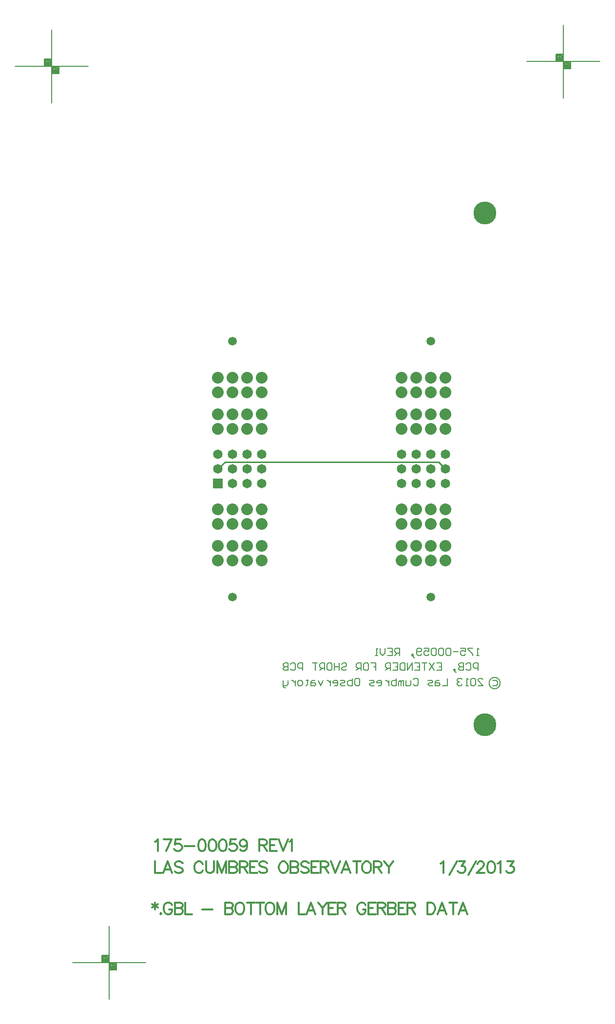
<source format=gbl>
%FSLAX23Y23*%
%MOIN*%
G70*
G01*
G75*
G04 Layer_Physical_Order=4*
G04 Layer_Color=16711680*
%ADD10C,0.010*%
%ADD11C,0.012*%
%ADD12C,0.008*%
%ADD13C,0.012*%
%ADD14C,0.012*%
%ADD15C,0.080*%
%ADD16C,0.065*%
%ADD17C,0.059*%
%ADD18R,0.065X0.065*%
%ADD19C,0.157*%
%ADD20C,0.040*%
%ADD21C,0.092*%
%ADD22C,0.190*%
%ADD23C,0.206*%
%ADD24C,0.005*%
D10*
X17552Y9716D02*
X17599Y9669D01*
X16225Y9716D02*
X17552D01*
X16224Y9716D02*
X16225Y9716D01*
X16164Y9716D02*
X16224D01*
X16092Y9716D02*
X16164D01*
X16044Y9669D02*
X16092Y9716D01*
X16164D02*
X16164Y9716D01*
D11*
X15612Y6704D02*
Y6658D01*
X15593Y6693D02*
X15632Y6670D01*
Y6693D02*
X15593Y6670D01*
X15652Y6632D02*
X15648Y6628D01*
X15652Y6624D01*
X15656Y6628D01*
X15652Y6632D01*
X15730Y6685D02*
X15726Y6693D01*
X15719Y6700D01*
X15711Y6704D01*
X15696D01*
X15688Y6700D01*
X15681Y6693D01*
X15677Y6685D01*
X15673Y6674D01*
Y6655D01*
X15677Y6643D01*
X15681Y6636D01*
X15688Y6628D01*
X15696Y6624D01*
X15711D01*
X15719Y6628D01*
X15726Y6636D01*
X15730Y6643D01*
Y6655D01*
X15711D02*
X15730D01*
X15748Y6704D02*
Y6624D01*
Y6704D02*
X15783D01*
X15794Y6700D01*
X15798Y6697D01*
X15802Y6689D01*
Y6681D01*
X15798Y6674D01*
X15794Y6670D01*
X15783Y6666D01*
X15748D02*
X15783D01*
X15794Y6662D01*
X15798Y6658D01*
X15802Y6651D01*
Y6639D01*
X15798Y6632D01*
X15794Y6628D01*
X15783Y6624D01*
X15748D01*
X15820Y6704D02*
Y6624D01*
X15865D01*
X15937Y6658D02*
X16006D01*
X16092Y6704D02*
Y6624D01*
Y6704D02*
X16126D01*
X16138Y6700D01*
X16141Y6697D01*
X16145Y6689D01*
Y6681D01*
X16141Y6674D01*
X16138Y6670D01*
X16126Y6666D01*
X16092D02*
X16126D01*
X16138Y6662D01*
X16141Y6658D01*
X16145Y6651D01*
Y6639D01*
X16141Y6632D01*
X16138Y6628D01*
X16126Y6624D01*
X16092D01*
X16186Y6704D02*
X16178Y6700D01*
X16171Y6693D01*
X16167Y6685D01*
X16163Y6674D01*
Y6655D01*
X16167Y6643D01*
X16171Y6636D01*
X16178Y6628D01*
X16186Y6624D01*
X16201D01*
X16209Y6628D01*
X16217Y6636D01*
X16220Y6643D01*
X16224Y6655D01*
Y6674D01*
X16220Y6685D01*
X16217Y6693D01*
X16209Y6700D01*
X16201Y6704D01*
X16186D01*
X16269D02*
Y6624D01*
X16243Y6704D02*
X16296D01*
X16332D02*
Y6624D01*
X16306Y6704D02*
X16359D01*
X16391D02*
X16384Y6700D01*
X16376Y6693D01*
X16372Y6685D01*
X16368Y6674D01*
Y6655D01*
X16372Y6643D01*
X16376Y6636D01*
X16384Y6628D01*
X16391Y6624D01*
X16407D01*
X16414Y6628D01*
X16422Y6636D01*
X16426Y6643D01*
X16429Y6655D01*
Y6674D01*
X16426Y6685D01*
X16422Y6693D01*
X16414Y6700D01*
X16407Y6704D01*
X16391D01*
X16448D02*
Y6624D01*
Y6704D02*
X16479Y6624D01*
X16509Y6704D02*
X16479Y6624D01*
X16509Y6704D02*
Y6624D01*
X16595Y6704D02*
Y6624D01*
X16640D01*
X16710D02*
X16680Y6704D01*
X16649Y6624D01*
X16661Y6651D02*
X16699D01*
X16729Y6704D02*
X16759Y6666D01*
Y6624D01*
X16790Y6704D02*
X16759Y6666D01*
X16850Y6704D02*
X16800D01*
Y6624D01*
X16850D01*
X16800Y6666D02*
X16830D01*
X16863Y6704D02*
Y6624D01*
Y6704D02*
X16897D01*
X16909Y6700D01*
X16912Y6697D01*
X16916Y6689D01*
Y6681D01*
X16912Y6674D01*
X16909Y6670D01*
X16897Y6666D01*
X16863D01*
X16890D02*
X16916Y6624D01*
X17054Y6685D02*
X17050Y6693D01*
X17043Y6700D01*
X17035Y6704D01*
X17020D01*
X17012Y6700D01*
X17005Y6693D01*
X17001Y6685D01*
X16997Y6674D01*
Y6655D01*
X17001Y6643D01*
X17005Y6636D01*
X17012Y6628D01*
X17020Y6624D01*
X17035D01*
X17043Y6628D01*
X17050Y6636D01*
X17054Y6643D01*
Y6655D01*
X17035D02*
X17054D01*
X17122Y6704D02*
X17072D01*
Y6624D01*
X17122D01*
X17072Y6666D02*
X17103D01*
X17135Y6704D02*
Y6624D01*
Y6704D02*
X17169D01*
X17181Y6700D01*
X17185Y6697D01*
X17189Y6689D01*
Y6681D01*
X17185Y6674D01*
X17181Y6670D01*
X17169Y6666D01*
X17135D01*
X17162D02*
X17189Y6624D01*
X17206Y6704D02*
Y6624D01*
Y6704D02*
X17241D01*
X17252Y6700D01*
X17256Y6697D01*
X17260Y6689D01*
Y6681D01*
X17256Y6674D01*
X17252Y6670D01*
X17241Y6666D01*
X17206D02*
X17241D01*
X17252Y6662D01*
X17256Y6658D01*
X17260Y6651D01*
Y6639D01*
X17256Y6632D01*
X17252Y6628D01*
X17241Y6624D01*
X17206D01*
X17327Y6704D02*
X17278D01*
Y6624D01*
X17327D01*
X17278Y6666D02*
X17308D01*
X17340Y6704D02*
Y6624D01*
Y6704D02*
X17375D01*
X17386Y6700D01*
X17390Y6697D01*
X17394Y6689D01*
Y6681D01*
X17390Y6674D01*
X17386Y6670D01*
X17375Y6666D01*
X17340D01*
X17367D02*
X17394Y6624D01*
X17475Y6704D02*
Y6624D01*
Y6704D02*
X17501D01*
X17513Y6700D01*
X17520Y6693D01*
X17524Y6685D01*
X17528Y6674D01*
Y6655D01*
X17524Y6643D01*
X17520Y6636D01*
X17513Y6628D01*
X17501Y6624D01*
X17475D01*
X17607D02*
X17576Y6704D01*
X17546Y6624D01*
X17557Y6651D02*
X17595D01*
X17652Y6704D02*
Y6624D01*
X17625Y6704D02*
X17679D01*
X17749Y6624D02*
X17719Y6704D01*
X17688Y6624D01*
X17700Y6651D02*
X17738D01*
D12*
X17922Y8222D02*
X17947D01*
X17955Y8213D01*
Y8197D01*
X17947Y8188D01*
X17922D01*
X17822D02*
X17855D01*
X17822Y8222D01*
Y8230D01*
X17830Y8238D01*
X17847D01*
X17855Y8230D01*
X17805D02*
X17797Y8238D01*
X17780D01*
X17772Y8230D01*
Y8197D01*
X17780Y8188D01*
X17797D01*
X17805Y8197D01*
Y8230D01*
X17755Y8188D02*
X17738D01*
X17747D01*
Y8238D01*
X17755Y8230D01*
X17713D02*
X17705Y8238D01*
X17688D01*
X17680Y8230D01*
Y8222D01*
X17688Y8213D01*
X17697D01*
X17688D01*
X17680Y8205D01*
Y8197D01*
X17688Y8188D01*
X17705D01*
X17713Y8197D01*
X17613Y8238D02*
Y8188D01*
X17580D01*
X17555Y8222D02*
X17538D01*
X17530Y8213D01*
Y8188D01*
X17555D01*
X17563Y8197D01*
X17555Y8205D01*
X17530D01*
X17513Y8188D02*
X17488D01*
X17480Y8197D01*
X17488Y8205D01*
X17505D01*
X17513Y8213D01*
X17505Y8222D01*
X17480D01*
X17380Y8230D02*
X17388Y8238D01*
X17405D01*
X17413Y8230D01*
Y8197D01*
X17405Y8188D01*
X17388D01*
X17380Y8197D01*
X17363Y8222D02*
Y8197D01*
X17355Y8188D01*
X17330D01*
Y8222D01*
X17313Y8188D02*
Y8222D01*
X17305D01*
X17297Y8213D01*
Y8188D01*
Y8213D01*
X17288Y8222D01*
X17280Y8213D01*
Y8188D01*
X17263Y8238D02*
Y8188D01*
X17238D01*
X17230Y8197D01*
Y8205D01*
Y8213D01*
X17238Y8222D01*
X17263D01*
X17213D02*
Y8188D01*
Y8205D01*
X17205Y8213D01*
X17197Y8222D01*
X17189D01*
X17139Y8188D02*
X17155D01*
X17164Y8197D01*
Y8213D01*
X17155Y8222D01*
X17139D01*
X17130Y8213D01*
Y8205D01*
X17164D01*
X17114Y8188D02*
X17089D01*
X17080Y8197D01*
X17089Y8205D01*
X17105D01*
X17114Y8213D01*
X17105Y8222D01*
X17080D01*
X16989Y8238D02*
X17005D01*
X17014Y8230D01*
Y8197D01*
X17005Y8188D01*
X16989D01*
X16980Y8197D01*
Y8230D01*
X16989Y8238D01*
X16964D02*
Y8188D01*
X16939D01*
X16930Y8197D01*
Y8205D01*
Y8213D01*
X16939Y8222D01*
X16964D01*
X16914Y8188D02*
X16889D01*
X16880Y8197D01*
X16889Y8205D01*
X16905D01*
X16914Y8213D01*
X16905Y8222D01*
X16880D01*
X16839Y8188D02*
X16855D01*
X16864Y8197D01*
Y8213D01*
X16855Y8222D01*
X16839D01*
X16830Y8213D01*
Y8205D01*
X16864D01*
X16814Y8222D02*
Y8188D01*
Y8205D01*
X16805Y8213D01*
X16797Y8222D01*
X16789D01*
X16764D02*
X16747Y8188D01*
X16730Y8222D01*
X16705D02*
X16689D01*
X16680Y8213D01*
Y8188D01*
X16705D01*
X16714Y8197D01*
X16705Y8205D01*
X16680D01*
X16655Y8230D02*
Y8222D01*
X16664D01*
X16647D01*
X16655D01*
Y8197D01*
X16647Y8188D01*
X16614D02*
X16597D01*
X16589Y8197D01*
Y8213D01*
X16597Y8222D01*
X16614D01*
X16622Y8213D01*
Y8197D01*
X16614Y8188D01*
X16572Y8222D02*
Y8188D01*
Y8205D01*
X16564Y8213D01*
X16555Y8222D01*
X16547D01*
X16522D02*
Y8197D01*
X16514Y8188D01*
X16489D01*
Y8180D01*
X16497Y8172D01*
X16505D01*
X16489Y8188D02*
Y8222D01*
X17829Y8394D02*
X17812D01*
X17821D01*
Y8444D01*
X17829Y8436D01*
X17787Y8444D02*
X17754D01*
Y8436D01*
X17787Y8402D01*
Y8394D01*
X17704Y8444D02*
X17737D01*
Y8419D01*
X17721Y8427D01*
X17712D01*
X17704Y8419D01*
Y8402D01*
X17712Y8394D01*
X17729D01*
X17737Y8402D01*
X17687Y8419D02*
X17654D01*
X17637Y8436D02*
X17629Y8444D01*
X17612D01*
X17604Y8436D01*
Y8402D01*
X17612Y8394D01*
X17629D01*
X17637Y8402D01*
Y8436D01*
X17587D02*
X17579Y8444D01*
X17562D01*
X17554Y8436D01*
Y8402D01*
X17562Y8394D01*
X17579D01*
X17587Y8402D01*
Y8436D01*
X17537D02*
X17529Y8444D01*
X17512D01*
X17504Y8436D01*
Y8402D01*
X17512Y8394D01*
X17529D01*
X17537Y8402D01*
Y8436D01*
X17454Y8444D02*
X17487D01*
Y8419D01*
X17471Y8427D01*
X17462D01*
X17454Y8419D01*
Y8402D01*
X17462Y8394D01*
X17479D01*
X17487Y8402D01*
X17437D02*
X17429Y8394D01*
X17412D01*
X17404Y8402D01*
Y8436D01*
X17412Y8444D01*
X17429D01*
X17437Y8436D01*
Y8427D01*
X17429Y8419D01*
X17404D01*
X17379Y8386D02*
X17371Y8394D01*
Y8402D01*
X17379D01*
Y8394D01*
X17371D01*
X17379Y8386D01*
X17387Y8377D01*
X17287Y8394D02*
Y8444D01*
X17262D01*
X17254Y8436D01*
Y8419D01*
X17262Y8411D01*
X17287D01*
X17271D02*
X17254Y8394D01*
X17204Y8444D02*
X17237D01*
Y8394D01*
X17204D01*
X17237Y8419D02*
X17221D01*
X17187Y8444D02*
Y8411D01*
X17171Y8394D01*
X17154Y8411D01*
Y8444D01*
X17137Y8394D02*
X17121D01*
X17129D01*
Y8444D01*
X17137Y8436D01*
X17824Y8292D02*
Y8342D01*
X17799D01*
X17791Y8333D01*
Y8317D01*
X17799Y8308D01*
X17824D01*
X17741Y8333D02*
X17749Y8342D01*
X17766D01*
X17774Y8333D01*
Y8300D01*
X17766Y8292D01*
X17749D01*
X17741Y8300D01*
X17724Y8342D02*
Y8292D01*
X17699D01*
X17691Y8300D01*
Y8308D01*
X17699Y8317D01*
X17724D01*
X17699D01*
X17691Y8325D01*
Y8333D01*
X17699Y8342D01*
X17724D01*
X17666Y8283D02*
X17657Y8292D01*
Y8300D01*
X17666D01*
Y8292D01*
X17657D01*
X17666Y8283D01*
X17674Y8275D01*
X17541Y8342D02*
X17574D01*
Y8292D01*
X17541D01*
X17574Y8317D02*
X17557D01*
X17524Y8342D02*
X17491Y8292D01*
Y8342D02*
X17524Y8292D01*
X17474Y8342D02*
X17441D01*
X17457D01*
Y8292D01*
X17391Y8342D02*
X17424D01*
Y8292D01*
X17391D01*
X17424Y8317D02*
X17407D01*
X17374Y8292D02*
Y8342D01*
X17341Y8292D01*
Y8342D01*
X17324D02*
Y8292D01*
X17299D01*
X17291Y8300D01*
Y8333D01*
X17299Y8342D01*
X17324D01*
X17241D02*
X17274D01*
Y8292D01*
X17241D01*
X17274Y8317D02*
X17258D01*
X17224Y8292D02*
Y8342D01*
X17199D01*
X17191Y8333D01*
Y8317D01*
X17199Y8308D01*
X17224D01*
X17208D02*
X17191Y8292D01*
X17091Y8342D02*
X17124D01*
Y8317D01*
X17108D01*
X17124D01*
Y8292D01*
X17049Y8342D02*
X17066D01*
X17074Y8333D01*
Y8300D01*
X17066Y8292D01*
X17049D01*
X17041Y8300D01*
Y8333D01*
X17049Y8342D01*
X17024Y8292D02*
Y8342D01*
X16999D01*
X16991Y8333D01*
Y8317D01*
X16999Y8308D01*
X17024D01*
X17008D02*
X16991Y8292D01*
X16891Y8333D02*
X16899Y8342D01*
X16916D01*
X16924Y8333D01*
Y8325D01*
X16916Y8317D01*
X16899D01*
X16891Y8308D01*
Y8300D01*
X16899Y8292D01*
X16916D01*
X16924Y8300D01*
X16874Y8342D02*
Y8292D01*
Y8317D01*
X16841D01*
Y8342D01*
Y8292D01*
X16799Y8342D02*
X16816D01*
X16824Y8333D01*
Y8300D01*
X16816Y8292D01*
X16799D01*
X16791Y8300D01*
Y8333D01*
X16799Y8342D01*
X16774Y8292D02*
Y8342D01*
X16749D01*
X16741Y8333D01*
Y8317D01*
X16749Y8308D01*
X16774D01*
X16758D02*
X16741Y8292D01*
X16724Y8342D02*
X16691D01*
X16708D01*
Y8292D01*
X16624D02*
Y8342D01*
X16599D01*
X16591Y8333D01*
Y8317D01*
X16599Y8308D01*
X16624D01*
X16541Y8333D02*
X16549Y8342D01*
X16566D01*
X16574Y8333D01*
Y8300D01*
X16566Y8292D01*
X16549D01*
X16541Y8300D01*
X16524Y8342D02*
Y8292D01*
X16499D01*
X16491Y8300D01*
Y8308D01*
X16499Y8317D01*
X16524D01*
X16499D01*
X16491Y8325D01*
Y8333D01*
X16499Y8342D01*
X16524D01*
X15050Y6294D02*
X15550D01*
X15300Y6044D02*
Y6544D01*
X15250Y6294D02*
Y6344D01*
X15300D01*
X15350Y6244D02*
Y6294D01*
X15300Y6244D02*
X15350D01*
X15305Y6289D02*
X15345D01*
Y6249D02*
Y6289D01*
X15305Y6249D02*
X15345D01*
X15305D02*
Y6289D01*
X15310Y6284D02*
X15340D01*
Y6254D02*
Y6284D01*
X15310Y6254D02*
X15340D01*
X15310D02*
Y6279D01*
X15315D02*
X15335D01*
Y6259D02*
Y6279D01*
X15315Y6259D02*
X15335D01*
X15315D02*
Y6274D01*
X15320D02*
X15330D01*
Y6264D02*
Y6274D01*
X15320Y6264D02*
X15330D01*
X15320D02*
Y6274D01*
Y6269D02*
X15330D01*
X15255Y6339D02*
X15295D01*
Y6299D02*
Y6339D01*
X15255Y6299D02*
X15295D01*
X15255D02*
Y6339D01*
X15260Y6334D02*
X15290D01*
Y6304D02*
Y6334D01*
X15260Y6304D02*
X15290D01*
X15260D02*
Y6329D01*
X15265D02*
X15285D01*
Y6309D02*
Y6329D01*
X15265Y6309D02*
X15285D01*
X15265D02*
Y6324D01*
X15270D02*
X15280D01*
Y6314D02*
Y6324D01*
X15270Y6314D02*
X15280D01*
X15270D02*
Y6324D01*
Y6319D02*
X15280D01*
X14657Y12424D02*
X15157D01*
X14907Y12174D02*
Y12674D01*
X14857Y12424D02*
Y12474D01*
X14907D01*
X14957Y12374D02*
Y12424D01*
X14907Y12374D02*
X14957D01*
X14912Y12419D02*
X14952D01*
Y12379D02*
Y12419D01*
X14912Y12379D02*
X14952D01*
X14912D02*
Y12419D01*
X14917Y12414D02*
X14947D01*
Y12384D02*
Y12414D01*
X14917Y12384D02*
X14947D01*
X14917D02*
Y12409D01*
X14922D02*
X14942D01*
Y12389D02*
Y12409D01*
X14922Y12389D02*
X14942D01*
X14922D02*
Y12404D01*
X14927D02*
X14937D01*
Y12394D02*
Y12404D01*
X14927Y12394D02*
X14937D01*
X14927D02*
Y12404D01*
Y12399D02*
X14937D01*
X14862Y12469D02*
X14902D01*
Y12429D02*
Y12469D01*
X14862Y12429D02*
X14902D01*
X14862D02*
Y12469D01*
X14867Y12464D02*
X14897D01*
Y12434D02*
Y12464D01*
X14867Y12434D02*
X14897D01*
X14867D02*
Y12459D01*
X14872D02*
X14892D01*
Y12439D02*
Y12459D01*
X14872Y12439D02*
X14892D01*
X14872D02*
Y12454D01*
X14877D02*
X14887D01*
Y12444D02*
Y12454D01*
X14877Y12444D02*
X14887D01*
X14877D02*
Y12454D01*
Y12449D02*
X14887D01*
X18157Y12458D02*
X18657D01*
X18407Y12208D02*
Y12708D01*
X18357Y12458D02*
Y12508D01*
X18407D01*
X18457Y12408D02*
Y12458D01*
X18407Y12408D02*
X18457D01*
X18412Y12453D02*
X18452D01*
Y12413D02*
Y12453D01*
X18412Y12413D02*
X18452D01*
X18412D02*
Y12453D01*
X18417Y12448D02*
X18447D01*
Y12418D02*
Y12448D01*
X18417Y12418D02*
X18447D01*
X18417D02*
Y12443D01*
X18422D02*
X18442D01*
Y12423D02*
Y12443D01*
X18422Y12423D02*
X18442D01*
X18422D02*
Y12438D01*
X18427D02*
X18437D01*
Y12428D02*
Y12438D01*
X18427Y12428D02*
X18437D01*
X18427D02*
Y12438D01*
Y12433D02*
X18437D01*
X18362Y12503D02*
X18402D01*
Y12463D02*
Y12503D01*
X18362Y12463D02*
X18402D01*
X18362D02*
Y12503D01*
X18367Y12498D02*
X18397D01*
Y12468D02*
Y12498D01*
X18367Y12468D02*
X18397D01*
X18367D02*
Y12493D01*
X18372D02*
X18392D01*
Y12473D02*
Y12493D01*
X18372Y12473D02*
X18392D01*
X18372D02*
Y12488D01*
X18377D02*
X18387D01*
Y12478D02*
Y12488D01*
X18377Y12478D02*
X18387D01*
X18377D02*
Y12488D01*
Y12483D02*
X18387D01*
D13*
X15614Y7120D02*
X15622Y7123D01*
X15634Y7135D01*
Y7055D01*
X15726Y7135D02*
X15688Y7055D01*
X15673Y7135D02*
X15726D01*
X15790D02*
X15752D01*
X15748Y7101D01*
X15752Y7104D01*
X15763Y7108D01*
X15775D01*
X15786Y7104D01*
X15794Y7097D01*
X15798Y7085D01*
Y7078D01*
X15794Y7066D01*
X15786Y7059D01*
X15775Y7055D01*
X15763D01*
X15752Y7059D01*
X15748Y7062D01*
X15744Y7070D01*
X15816Y7089D02*
X15884D01*
X15931Y7135D02*
X15919Y7131D01*
X15912Y7120D01*
X15908Y7101D01*
Y7089D01*
X15912Y7070D01*
X15919Y7059D01*
X15931Y7055D01*
X15938D01*
X15950Y7059D01*
X15957Y7070D01*
X15961Y7089D01*
Y7101D01*
X15957Y7120D01*
X15950Y7131D01*
X15938Y7135D01*
X15931D01*
X16002D02*
X15990Y7131D01*
X15983Y7120D01*
X15979Y7101D01*
Y7089D01*
X15983Y7070D01*
X15990Y7059D01*
X16002Y7055D01*
X16009D01*
X16021Y7059D01*
X16028Y7070D01*
X16032Y7089D01*
Y7101D01*
X16028Y7120D01*
X16021Y7131D01*
X16009Y7135D01*
X16002D01*
X16073D02*
X16062Y7131D01*
X16054Y7120D01*
X16050Y7101D01*
Y7089D01*
X16054Y7070D01*
X16062Y7059D01*
X16073Y7055D01*
X16081D01*
X16092Y7059D01*
X16100Y7070D01*
X16103Y7089D01*
Y7101D01*
X16100Y7120D01*
X16092Y7131D01*
X16081Y7135D01*
X16073D01*
X16167D02*
X16129D01*
X16125Y7101D01*
X16129Y7104D01*
X16140Y7108D01*
X16152D01*
X16163Y7104D01*
X16171Y7097D01*
X16175Y7085D01*
Y7078D01*
X16171Y7066D01*
X16163Y7059D01*
X16152Y7055D01*
X16140D01*
X16129Y7059D01*
X16125Y7062D01*
X16121Y7070D01*
X16242Y7108D02*
X16238Y7097D01*
X16231Y7089D01*
X16219Y7085D01*
X16215D01*
X16204Y7089D01*
X16196Y7097D01*
X16193Y7108D01*
Y7112D01*
X16196Y7123D01*
X16204Y7131D01*
X16215Y7135D01*
X16219D01*
X16231Y7131D01*
X16238Y7123D01*
X16242Y7108D01*
Y7089D01*
X16238Y7070D01*
X16231Y7059D01*
X16219Y7055D01*
X16212D01*
X16200Y7059D01*
X16196Y7066D01*
X16327Y7135D02*
Y7055D01*
Y7135D02*
X16361D01*
X16372Y7131D01*
X16376Y7127D01*
X16380Y7120D01*
Y7112D01*
X16376Y7104D01*
X16372Y7101D01*
X16361Y7097D01*
X16327D01*
X16353D02*
X16380Y7055D01*
X16447Y7135D02*
X16398D01*
Y7055D01*
X16447D01*
X16398Y7097D02*
X16428D01*
X16461Y7135D02*
X16491Y7055D01*
X16522Y7135D02*
X16491Y7055D01*
X16532Y7120D02*
X16540Y7123D01*
X16551Y7135D01*
Y7055D01*
D14*
X15614Y6985D02*
Y6905D01*
X15660D01*
X15730D02*
X15699Y6985D01*
X15669Y6905D01*
X15680Y6931D02*
X15718D01*
X15802Y6973D02*
X15794Y6981D01*
X15783Y6985D01*
X15768D01*
X15756Y6981D01*
X15749Y6973D01*
Y6966D01*
X15752Y6958D01*
X15756Y6954D01*
X15764Y6950D01*
X15787Y6943D01*
X15794Y6939D01*
X15798Y6935D01*
X15802Y6928D01*
Y6916D01*
X15794Y6909D01*
X15783Y6905D01*
X15768D01*
X15756Y6909D01*
X15749Y6916D01*
X15940Y6966D02*
X15936Y6973D01*
X15928Y6981D01*
X15921Y6985D01*
X15905D01*
X15898Y6981D01*
X15890Y6973D01*
X15886Y6966D01*
X15883Y6954D01*
Y6935D01*
X15886Y6924D01*
X15890Y6916D01*
X15898Y6909D01*
X15905Y6905D01*
X15921D01*
X15928Y6909D01*
X15936Y6916D01*
X15940Y6924D01*
X15962Y6985D02*
Y6928D01*
X15966Y6916D01*
X15974Y6909D01*
X15985Y6905D01*
X15993D01*
X16004Y6909D01*
X16012Y6916D01*
X16016Y6928D01*
Y6985D01*
X16038D02*
Y6905D01*
Y6985D02*
X16068Y6905D01*
X16099Y6985D02*
X16068Y6905D01*
X16099Y6985D02*
Y6905D01*
X16121Y6985D02*
Y6905D01*
Y6985D02*
X16156D01*
X16167Y6981D01*
X16171Y6977D01*
X16175Y6970D01*
Y6962D01*
X16171Y6954D01*
X16167Y6950D01*
X16156Y6947D01*
X16121D02*
X16156D01*
X16167Y6943D01*
X16171Y6939D01*
X16175Y6931D01*
Y6920D01*
X16171Y6912D01*
X16167Y6909D01*
X16156Y6905D01*
X16121D01*
X16193Y6985D02*
Y6905D01*
Y6985D02*
X16227D01*
X16238Y6981D01*
X16242Y6977D01*
X16246Y6970D01*
Y6962D01*
X16242Y6954D01*
X16238Y6950D01*
X16227Y6947D01*
X16193D01*
X16219D02*
X16246Y6905D01*
X16313Y6985D02*
X16264D01*
Y6905D01*
X16313D01*
X16264Y6947D02*
X16294D01*
X16380Y6973D02*
X16372Y6981D01*
X16361Y6985D01*
X16346D01*
X16334Y6981D01*
X16327Y6973D01*
Y6966D01*
X16330Y6958D01*
X16334Y6954D01*
X16342Y6950D01*
X16365Y6943D01*
X16372Y6939D01*
X16376Y6935D01*
X16380Y6928D01*
Y6916D01*
X16372Y6909D01*
X16361Y6905D01*
X16346D01*
X16334Y6909D01*
X16327Y6916D01*
X16484Y6985D02*
X16476Y6981D01*
X16468Y6973D01*
X16465Y6966D01*
X16461Y6954D01*
Y6935D01*
X16465Y6924D01*
X16468Y6916D01*
X16476Y6909D01*
X16484Y6905D01*
X16499D01*
X16506Y6909D01*
X16514Y6916D01*
X16518Y6924D01*
X16522Y6935D01*
Y6954D01*
X16518Y6966D01*
X16514Y6973D01*
X16506Y6981D01*
X16499Y6985D01*
X16484D01*
X16540D02*
Y6905D01*
Y6985D02*
X16575D01*
X16586Y6981D01*
X16590Y6977D01*
X16594Y6970D01*
Y6962D01*
X16590Y6954D01*
X16586Y6950D01*
X16575Y6947D01*
X16540D02*
X16575D01*
X16586Y6943D01*
X16590Y6939D01*
X16594Y6931D01*
Y6920D01*
X16590Y6912D01*
X16586Y6909D01*
X16575Y6905D01*
X16540D01*
X16665Y6973D02*
X16657Y6981D01*
X16646Y6985D01*
X16631D01*
X16619Y6981D01*
X16612Y6973D01*
Y6966D01*
X16615Y6958D01*
X16619Y6954D01*
X16627Y6950D01*
X16650Y6943D01*
X16657Y6939D01*
X16661Y6935D01*
X16665Y6928D01*
Y6916D01*
X16657Y6909D01*
X16646Y6905D01*
X16631D01*
X16619Y6909D01*
X16612Y6916D01*
X16732Y6985D02*
X16683D01*
Y6905D01*
X16732D01*
X16683Y6947D02*
X16713D01*
X16746Y6985D02*
Y6905D01*
Y6985D02*
X16780D01*
X16791Y6981D01*
X16795Y6977D01*
X16799Y6970D01*
Y6962D01*
X16795Y6954D01*
X16791Y6950D01*
X16780Y6947D01*
X16746D01*
X16772D02*
X16799Y6905D01*
X16817Y6985D02*
X16847Y6905D01*
X16878Y6985D02*
X16847Y6905D01*
X16949D02*
X16919Y6985D01*
X16888Y6905D01*
X16900Y6931D02*
X16938D01*
X16994Y6985D02*
Y6905D01*
X16968Y6985D02*
X17021D01*
X17053D02*
X17046Y6981D01*
X17038Y6973D01*
X17034Y6966D01*
X17031Y6954D01*
Y6935D01*
X17034Y6924D01*
X17038Y6916D01*
X17046Y6909D01*
X17053Y6905D01*
X17069D01*
X17076Y6909D01*
X17084Y6916D01*
X17088Y6924D01*
X17091Y6935D01*
Y6954D01*
X17088Y6966D01*
X17084Y6973D01*
X17076Y6981D01*
X17069Y6985D01*
X17053D01*
X17110D02*
Y6905D01*
Y6985D02*
X17144D01*
X17156Y6981D01*
X17160Y6977D01*
X17163Y6970D01*
Y6962D01*
X17160Y6954D01*
X17156Y6950D01*
X17144Y6947D01*
X17110D01*
X17137D02*
X17163Y6905D01*
X17181Y6985D02*
X17212Y6947D01*
Y6905D01*
X17242Y6985D02*
X17212Y6947D01*
X17567Y6970D02*
X17574Y6973D01*
X17586Y6985D01*
Y6905D01*
X17625Y6893D02*
X17679Y6985D01*
X17692D02*
X17734D01*
X17711Y6954D01*
X17722D01*
X17730Y6950D01*
X17734Y6947D01*
X17737Y6935D01*
Y6928D01*
X17734Y6916D01*
X17726Y6909D01*
X17715Y6905D01*
X17703D01*
X17692Y6909D01*
X17688Y6912D01*
X17684Y6920D01*
X17755Y6893D02*
X17809Y6985D01*
X17818Y6966D02*
Y6970D01*
X17822Y6977D01*
X17825Y6981D01*
X17833Y6985D01*
X17848D01*
X17856Y6981D01*
X17860Y6977D01*
X17863Y6970D01*
Y6962D01*
X17860Y6954D01*
X17852Y6943D01*
X17814Y6905D01*
X17867D01*
X17908Y6985D02*
X17897Y6981D01*
X17889Y6970D01*
X17885Y6950D01*
Y6939D01*
X17889Y6920D01*
X17897Y6909D01*
X17908Y6905D01*
X17916D01*
X17927Y6909D01*
X17935Y6920D01*
X17939Y6939D01*
Y6950D01*
X17935Y6970D01*
X17927Y6981D01*
X17916Y6985D01*
X17908D01*
X17956Y6970D02*
X17964Y6973D01*
X17975Y6985D01*
Y6905D01*
X18023Y6985D02*
X18065D01*
X18042Y6954D01*
X18053D01*
X18061Y6950D01*
X18065Y6947D01*
X18068Y6935D01*
Y6928D01*
X18065Y6916D01*
X18057Y6909D01*
X18046Y6905D01*
X18034D01*
X18023Y6909D01*
X18019Y6912D01*
X18015Y6920D01*
D15*
X17599Y9394D02*
D03*
X17499D02*
D03*
X17399D02*
D03*
X17299D02*
D03*
Y9294D02*
D03*
X17399D02*
D03*
X17499D02*
D03*
X17599D02*
D03*
X17299Y9144D02*
D03*
X17399D02*
D03*
X17499D02*
D03*
X17599D02*
D03*
X17299Y9044D02*
D03*
X17399D02*
D03*
X17499D02*
D03*
X17599D02*
D03*
Y9944D02*
D03*
X17499D02*
D03*
X17399D02*
D03*
X17299D02*
D03*
X17599Y10044D02*
D03*
X17499D02*
D03*
X17399D02*
D03*
X17299D02*
D03*
X17599Y10194D02*
D03*
X17499D02*
D03*
X17399D02*
D03*
X17299D02*
D03*
Y10294D02*
D03*
X17399D02*
D03*
X17499D02*
D03*
X17599D02*
D03*
X16044D02*
D03*
X16144D02*
D03*
X16244D02*
D03*
X16344D02*
D03*
Y10194D02*
D03*
X16244D02*
D03*
X16144D02*
D03*
X16044D02*
D03*
X16344Y10044D02*
D03*
X16244D02*
D03*
X16144D02*
D03*
X16044D02*
D03*
X16344Y9944D02*
D03*
X16244D02*
D03*
X16144D02*
D03*
X16044D02*
D03*
Y9044D02*
D03*
X16144D02*
D03*
X16244D02*
D03*
X16344D02*
D03*
X16044Y9144D02*
D03*
X16144D02*
D03*
X16244D02*
D03*
X16344D02*
D03*
X16044Y9294D02*
D03*
X16144D02*
D03*
X16244D02*
D03*
X16344D02*
D03*
Y9394D02*
D03*
X16244D02*
D03*
X16144D02*
D03*
X16044D02*
D03*
D16*
X17299Y9769D02*
D03*
X17399D02*
D03*
X17499D02*
D03*
X17599D02*
D03*
X17299Y9669D02*
D03*
X17399D02*
D03*
X17499D02*
D03*
X17599D02*
D03*
X17299Y9569D02*
D03*
X17399D02*
D03*
X17499D02*
D03*
X17599D02*
D03*
X16144D02*
D03*
X16244D02*
D03*
X16344D02*
D03*
X16044Y9669D02*
D03*
X16144D02*
D03*
X16244D02*
D03*
X16344D02*
D03*
X16044Y9769D02*
D03*
X16144D02*
D03*
X16244D02*
D03*
X16344D02*
D03*
D17*
X17499Y10544D02*
D03*
Y8794D02*
D03*
X16144D02*
D03*
Y10544D02*
D03*
D18*
X16044Y9569D02*
D03*
D19*
X17870Y7919D02*
D03*
Y11419D02*
D03*
D24*
X17974Y8205D02*
X17973Y8215D01*
X17969Y8224D01*
X17963Y8232D01*
X17955Y8238D01*
X17946Y8242D01*
X17936Y8243D01*
X17926Y8242D01*
X17917Y8238D01*
X17909Y8232D01*
X17903Y8224D01*
X17900Y8215D01*
X17898Y8205D01*
X17900Y8195D01*
X17903Y8186D01*
X17909Y8178D01*
X17917Y8172D01*
X17926Y8168D01*
X17936Y8167D01*
X17946Y8168D01*
X17955Y8172D01*
X17963Y8178D01*
X17969Y8186D01*
X17973Y8195D01*
X17974Y8205D01*
M02*

</source>
